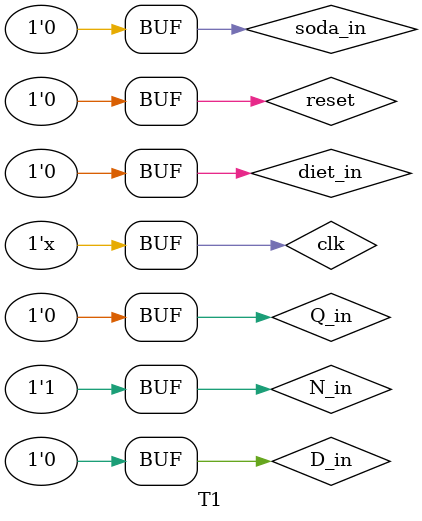
<source format=v>
`timescale 1ns / 1ps


module T1;

	// Inputs
	reg N_in;
	reg D_in;
	reg Q_in;
	reg diet_in;
	reg soda_in;
	reg clk;
	reg reset;

	// Outputs
	wire GiveDiet;
	wire GiveSoda;
	wire N_out;
	wire D_out;
	wire Q_out;

	// Instantiate the Unit Under Test (UUT)
	John_FSM uut (
		.N_in(N_in), 
		.D_in(D_in), 
		.Q_in(Q_in), 
		.diet_in(diet_in), 
		.soda_in(soda_in), 
		.GiveDiet(GiveDiet), 
		.GiveSoda(GiveSoda), 
		.clk(clk), 
		.reset(reset), 
		.N_out(N_out), 
		.D_out(D_out), 
		.Q_out(Q_out)
	);



	always begin
	clk = ~clk;
	#5;
	end




	initial begin
	

	
		// Initialize Inputs
		N_in = 0;
		D_in = 0;
		Q_in = 0;
		diet_in = 0;
		soda_in = 0;
		clk = 0;
		reset = 0;

		// Wait 100 ns for global reset to finish
		#100;
        
		// Add stimulus here
		N_in = 1;

	end
      
endmodule


</source>
